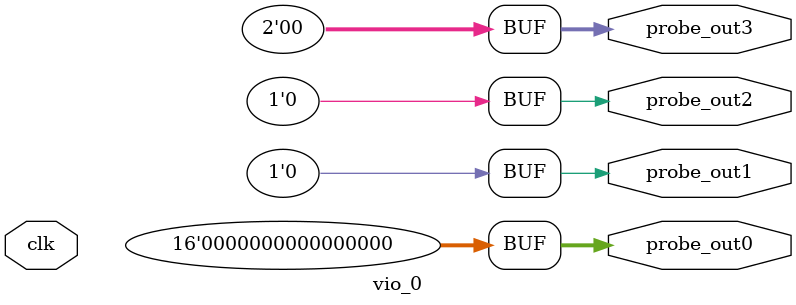
<source format=v>
`timescale 1ns / 1ps
module vio_0 (
clk,

probe_out0,
probe_out1,
probe_out2,
probe_out3
);

input clk;

output reg [15 : 0] probe_out0 = 'h0000 ;
output reg [0 : 0] probe_out1 = 'h0 ;
output reg [0 : 0] probe_out2 = 'h0 ;
output reg [1 : 0] probe_out3 = 'h0 ;


endmodule

</source>
